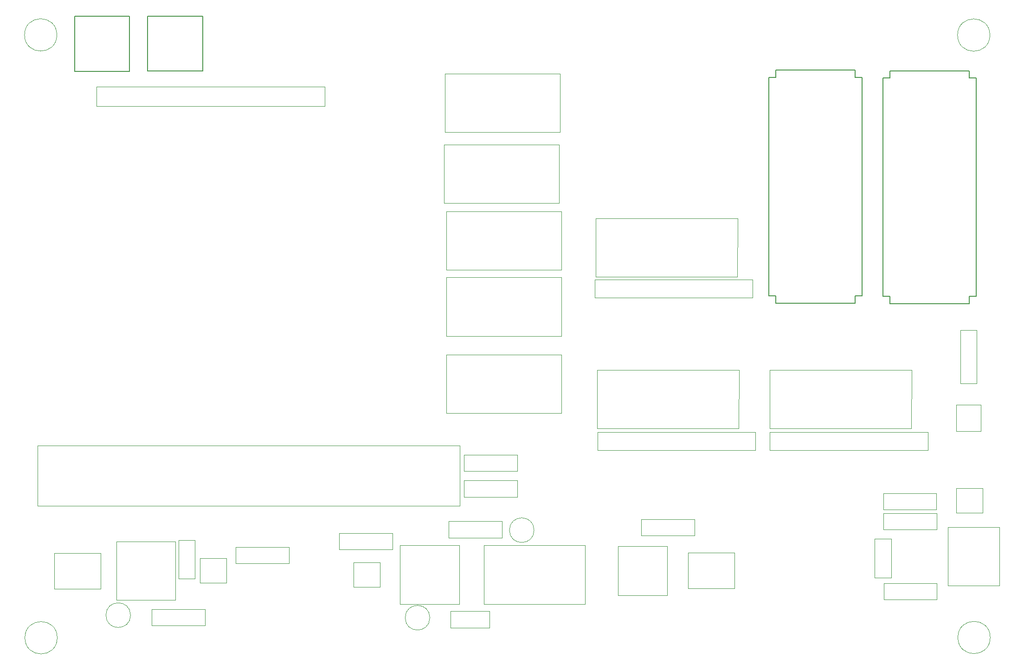
<source format=gbr>
%TF.GenerationSoftware,KiCad,Pcbnew,7.0.10*%
%TF.CreationDate,2024-03-06T21:26:23-08:00*%
%TF.ProjectId,cpu,6370752e-6b69-4636-9164-5f7063625858,1.0*%
%TF.SameCoordinates,Original*%
%TF.FileFunction,Other,User*%
%FSLAX46Y46*%
G04 Gerber Fmt 4.6, Leading zero omitted, Abs format (unit mm)*
G04 Created by KiCad (PCBNEW 7.0.10) date 2024-03-06 21:26:23*
%MOMM*%
%LPD*%
G01*
G04 APERTURE LIST*
%ADD10C,0.100000*%
%ADD11C,0.050000*%
%ADD12C,0.152400*%
G04 APERTURE END LIST*
D10*
%TO.C,SW1*%
X151890000Y-123430000D02*
X160890000Y-123430000D01*
X151890000Y-132430000D02*
X151890000Y-123430000D01*
X160890000Y-123430000D02*
X160890000Y-132430000D01*
X160890000Y-132430000D02*
X151890000Y-132430000D01*
D11*
%TO.C,U8*%
X141554000Y-88493000D02*
X120554000Y-88493000D01*
X120554000Y-88493000D02*
X120554000Y-99193000D01*
X141554000Y-99193000D02*
X141554000Y-88493000D01*
X120554000Y-99193000D02*
X141554000Y-99193000D01*
%TO.C,R5*%
X133536400Y-109754800D02*
X133536400Y-106754800D01*
X133536400Y-106754800D02*
X123816400Y-106754800D01*
X123816400Y-109754800D02*
X133536400Y-109754800D01*
X123816400Y-106754800D02*
X123816400Y-109754800D01*
%TO.C,U6*%
X141554000Y-62331000D02*
X120554000Y-62331000D01*
X120554000Y-62331000D02*
X120554000Y-73031000D01*
X141554000Y-73031000D02*
X141554000Y-62331000D01*
X120554000Y-73031000D02*
X141554000Y-73031000D01*
%TO.C,R3*%
X165890000Y-121550000D02*
X165890000Y-118550000D01*
X165890000Y-118550000D02*
X156170000Y-118550000D01*
X156170000Y-121550000D02*
X165890000Y-121550000D01*
X156170000Y-118550000D02*
X156170000Y-121550000D01*
D12*
%TO.C,RV2*%
X52768500Y-26720800D02*
X62801500Y-26720800D01*
X52768500Y-36753800D02*
X52768500Y-26720800D01*
X62801500Y-26720800D02*
X62801500Y-36753800D01*
X62801500Y-36753800D02*
X52768500Y-36753800D01*
D11*
%TO.C,H3*%
X49590000Y-140180000D02*
G75*
G03*
X43690000Y-140180000I-2950000J0D01*
G01*
X43690000Y-140180000D02*
G75*
G03*
X49590000Y-140180000I2950000J0D01*
G01*
%TO.C,R8*%
X121030000Y-118930000D02*
X121030000Y-121930000D01*
X121030000Y-121930000D02*
X130750000Y-121930000D01*
X130750000Y-118930000D02*
X121030000Y-118930000D01*
X130750000Y-121930000D02*
X130750000Y-118930000D01*
D12*
%TO.C,U10*%
X217284300Y-77838300D02*
X216027000Y-77838300D01*
X217284300Y-37985700D02*
X217284300Y-77838300D01*
X216027000Y-79184500D02*
X201549000Y-79184500D01*
X216027000Y-77838300D02*
X216027000Y-79184500D01*
X216027000Y-37985700D02*
X217284300Y-37985700D01*
X216027000Y-36639500D02*
X216027000Y-37985700D01*
X201549000Y-79184500D02*
X201549000Y-77838300D01*
X201549000Y-37985700D02*
X201549000Y-36639500D01*
X201549000Y-36639500D02*
X216027000Y-36639500D01*
X200291700Y-77838300D02*
X201549000Y-77838300D01*
X200291700Y-77838300D02*
X200291700Y-37985700D01*
X200291700Y-37985700D02*
X201549000Y-37985700D01*
D11*
%TO.C,R2*%
X82135000Y-123595000D02*
X82135000Y-126595000D01*
X82135000Y-126595000D02*
X91855000Y-126595000D01*
X91855000Y-123595000D02*
X82135000Y-123595000D01*
X91855000Y-126595000D02*
X91855000Y-123595000D01*
%TO.C,RN3*%
X176452000Y-78104000D02*
X176452000Y-74804000D01*
X176452000Y-74804000D02*
X147652000Y-74804000D01*
X147652000Y-78104000D02*
X176452000Y-78104000D01*
X147652000Y-74804000D02*
X147652000Y-78104000D01*
%TO.C,U2*%
X127432000Y-134011000D02*
X145882000Y-134011000D01*
X145882000Y-134011000D02*
X145882000Y-123311000D01*
X127432000Y-123311000D02*
X127432000Y-134011000D01*
X145882000Y-123311000D02*
X127432000Y-123311000D01*
%TO.C,D4*%
X174016000Y-91287000D02*
X148146000Y-91287000D01*
X174016000Y-91287000D02*
X173916000Y-101947000D01*
X148146000Y-91287000D02*
X148146000Y-101947000D01*
X173916000Y-101947000D02*
X148146000Y-101947000D01*
%TO.C,R10*%
X210050000Y-120430000D02*
X210050000Y-117430000D01*
X210050000Y-117430000D02*
X200330000Y-117430000D01*
X200330000Y-120430000D02*
X210050000Y-120430000D01*
X200330000Y-117430000D02*
X200330000Y-120430000D01*
%TO.C,D1*%
X80450000Y-130185000D02*
X80450000Y-125685000D01*
X80450000Y-125685000D02*
X75600000Y-125685000D01*
X75600000Y-130185000D02*
X80450000Y-130185000D01*
X75600000Y-125685000D02*
X75600000Y-130185000D01*
%TO.C,U4*%
X141300000Y-37185000D02*
X120300000Y-37185000D01*
X120300000Y-37185000D02*
X120300000Y-47885000D01*
X141300000Y-47885000D02*
X141300000Y-37185000D01*
X120300000Y-47885000D02*
X141300000Y-47885000D01*
%TO.C,H4*%
X219840000Y-140130000D02*
G75*
G03*
X213940000Y-140130000I-2950000J0D01*
G01*
X213940000Y-140130000D02*
G75*
G03*
X219840000Y-140130000I2950000J0D01*
G01*
%TO.C,D2*%
X213650000Y-102501000D02*
X218150000Y-102501000D01*
X218150000Y-102501000D02*
X218150000Y-97651000D01*
X213650000Y-97651000D02*
X213650000Y-102501000D01*
X218150000Y-97651000D02*
X213650000Y-97651000D01*
%TO.C,R11*%
X200400000Y-130220000D02*
X200400000Y-133220000D01*
X200400000Y-133220000D02*
X210120000Y-133220000D01*
X210120000Y-130220000D02*
X200400000Y-130220000D01*
X210120000Y-133220000D02*
X210120000Y-130220000D01*
%TO.C,U1*%
X60376000Y-133285000D02*
X71176000Y-133285000D01*
X71176000Y-133285000D02*
X71176000Y-122585000D01*
X60376000Y-122585000D02*
X60376000Y-133285000D01*
X71176000Y-122585000D02*
X60376000Y-122585000D01*
%TO.C,H1*%
X49520000Y-30100000D02*
G75*
G03*
X43620000Y-30100000I-2950000J0D01*
G01*
X43620000Y-30100000D02*
G75*
G03*
X49520000Y-30100000I2950000J0D01*
G01*
%TO.C,R7*%
X214400000Y-93760000D02*
X217400000Y-93760000D01*
X217400000Y-93760000D02*
X217400000Y-84040000D01*
X214400000Y-84040000D02*
X214400000Y-93760000D01*
X217400000Y-84040000D02*
X214400000Y-84040000D01*
%TO.C,U7*%
X141554000Y-74396000D02*
X120554000Y-74396000D01*
X120554000Y-74396000D02*
X120554000Y-85096000D01*
X141554000Y-85096000D02*
X141554000Y-74396000D01*
X120554000Y-85096000D02*
X141554000Y-85096000D01*
%TO.C,RN2*%
X208442000Y-105917000D02*
X208442000Y-102617000D01*
X208442000Y-102617000D02*
X179642000Y-102617000D01*
X179642000Y-105917000D02*
X208442000Y-105917000D01*
X179642000Y-102617000D02*
X179642000Y-105917000D01*
%TO.C,C3*%
X117582000Y-136525000D02*
G75*
G03*
X113082000Y-136525000I-2250000J0D01*
G01*
X113082000Y-136525000D02*
G75*
G03*
X117582000Y-136525000I2250000J0D01*
G01*
%TO.C,R1*%
X76540000Y-137980000D02*
X76540000Y-134980000D01*
X76540000Y-134980000D02*
X66820000Y-134980000D01*
X66820000Y-137980000D02*
X76540000Y-137980000D01*
X66820000Y-134980000D02*
X66820000Y-137980000D01*
%TO.C,S1*%
X57555000Y-131230000D02*
X57555000Y-124730000D01*
X57555000Y-124730000D02*
X49045000Y-124730000D01*
X49045000Y-131230000D02*
X57555000Y-131230000D01*
X49045000Y-124730000D02*
X49045000Y-131230000D01*
%TO.C,D5*%
X205512000Y-91287000D02*
X179642000Y-91287000D01*
X205512000Y-91287000D02*
X205412000Y-101947000D01*
X179642000Y-91287000D02*
X179642000Y-101947000D01*
X205412000Y-101947000D02*
X179642000Y-101947000D01*
%TO.C,C2*%
X74710000Y-122330000D02*
X71710000Y-122330000D01*
X71710000Y-122330000D02*
X71710000Y-129430000D01*
X74710000Y-129430000D02*
X74710000Y-122330000D01*
X71710000Y-129430000D02*
X74710000Y-129430000D01*
%TO.C,R6*%
X200310000Y-113790000D02*
X200310000Y-116790000D01*
X200310000Y-116790000D02*
X210030000Y-116790000D01*
X210030000Y-113790000D02*
X200310000Y-113790000D01*
X210030000Y-116790000D02*
X210030000Y-113790000D01*
%TO.C,R4*%
X123820000Y-111450000D02*
X123820000Y-114450000D01*
X123820000Y-114450000D02*
X133540000Y-114450000D01*
X133540000Y-111450000D02*
X123820000Y-111450000D01*
X133540000Y-114450000D02*
X133540000Y-111450000D01*
%TO.C,R9*%
X110783000Y-124065000D02*
X110783000Y-121065000D01*
X110783000Y-121065000D02*
X101063000Y-121065000D01*
X101063000Y-124065000D02*
X110783000Y-124065000D01*
X101063000Y-121065000D02*
X101063000Y-124065000D01*
%TO.C,J1*%
X56747000Y-43075000D02*
X56747000Y-39525000D01*
X98447000Y-43075000D02*
X56747000Y-43075000D01*
X56747000Y-39525000D02*
X98447000Y-39525000D01*
X98447000Y-39525000D02*
X98447000Y-43075000D01*
%TO.C,C6*%
X201753600Y-122140000D02*
X198753600Y-122140000D01*
X198753600Y-122140000D02*
X198753600Y-129240000D01*
X201753600Y-129240000D02*
X201753600Y-122140000D01*
X198753600Y-129240000D02*
X201753600Y-129240000D01*
%TO.C,D3*%
X103625000Y-126411000D02*
X103625000Y-130911000D01*
X103625000Y-130911000D02*
X108475000Y-130911000D01*
X108475000Y-126411000D02*
X103625000Y-126411000D01*
X108475000Y-130911000D02*
X108475000Y-126411000D01*
D12*
%TO.C,RV3*%
X66103500Y-26685416D02*
X76136500Y-26685416D01*
X66103500Y-36718416D02*
X66103500Y-26685416D01*
X76136500Y-26685416D02*
X76136500Y-36718416D01*
X76136500Y-36718416D02*
X66103500Y-36718416D01*
D11*
%TO.C,C4*%
X121390000Y-135340000D02*
X121390000Y-138340000D01*
X121390000Y-138340000D02*
X128490000Y-138340000D01*
X128490000Y-135340000D02*
X121390000Y-135340000D01*
X128490000Y-138340000D02*
X128490000Y-135340000D01*
%TO.C,D7*%
X213615600Y-112864400D02*
X213615600Y-117364400D01*
X213615600Y-117364400D02*
X218465600Y-117364400D01*
X218465600Y-112864400D02*
X213615600Y-112864400D01*
X218465600Y-117364400D02*
X218465600Y-112864400D01*
%TO.C,RN1*%
X176960000Y-105917000D02*
X176960000Y-102617000D01*
X176960000Y-102617000D02*
X148160000Y-102617000D01*
X148160000Y-105917000D02*
X176960000Y-105917000D01*
X148160000Y-102617000D02*
X148160000Y-105917000D01*
%TO.C,C5*%
X136605000Y-120533000D02*
G75*
G03*
X132105000Y-120533000I-2250000J0D01*
G01*
X132105000Y-120533000D02*
G75*
G03*
X136605000Y-120533000I2250000J0D01*
G01*
%TO.C,U3*%
X112145000Y-134021000D02*
X122945000Y-134021000D01*
X122945000Y-134021000D02*
X122945000Y-123321000D01*
X112145000Y-123321000D02*
X112145000Y-134021000D01*
X122945000Y-123321000D02*
X112145000Y-123321000D01*
%TO.C,D6*%
X173762000Y-63601000D02*
X147892000Y-63601000D01*
X173762000Y-63601000D02*
X173662000Y-74261000D01*
X147892000Y-63601000D02*
X147892000Y-74261000D01*
X173662000Y-74261000D02*
X147892000Y-74261000D01*
%TO.C,H2*%
X219780000Y-30130000D02*
G75*
G03*
X213880000Y-30130000I-2950000J0D01*
G01*
X213880000Y-30130000D02*
G75*
G03*
X219780000Y-30130000I2950000J0D01*
G01*
%TO.C,S2*%
X164665000Y-124650000D02*
X164665000Y-131150000D01*
X164665000Y-131150000D02*
X173175000Y-131150000D01*
X173175000Y-124650000D02*
X164665000Y-124650000D01*
X173175000Y-131150000D02*
X173175000Y-124650000D01*
D12*
%TO.C,U9*%
X196456300Y-77711300D02*
X195199000Y-77711300D01*
X196456300Y-37858700D02*
X196456300Y-77711300D01*
X195199000Y-79057500D02*
X180721000Y-79057500D01*
X195199000Y-77711300D02*
X195199000Y-79057500D01*
X195199000Y-37858700D02*
X196456300Y-37858700D01*
X195199000Y-36512500D02*
X195199000Y-37858700D01*
X180721000Y-79057500D02*
X180721000Y-77711300D01*
X180721000Y-37858700D02*
X180721000Y-36512500D01*
X180721000Y-36512500D02*
X195199000Y-36512500D01*
X179463700Y-77711300D02*
X180721000Y-77711300D01*
X179463700Y-77711300D02*
X179463700Y-37858700D01*
X179463700Y-37858700D02*
X180721000Y-37858700D01*
D11*
%TO.C,J2*%
X212120000Y-130671000D02*
X221540000Y-130671000D01*
X212120000Y-130671000D02*
X212120000Y-120031000D01*
X221540000Y-130671000D02*
X221540000Y-120031000D01*
X212120000Y-120031000D02*
X221540000Y-120031000D01*
%TO.C,RV1*%
X46031000Y-116113000D02*
X123031000Y-116113000D01*
X123031000Y-116113000D02*
X123031000Y-105113000D01*
X123031000Y-105113000D02*
X46031000Y-105113000D01*
X46031000Y-105113000D02*
X46031000Y-116113000D01*
%TO.C,C1*%
X62972000Y-136053000D02*
G75*
G03*
X58472000Y-136053000I-2250000J0D01*
G01*
X58472000Y-136053000D02*
G75*
G03*
X62972000Y-136053000I2250000J0D01*
G01*
%TO.C,U5*%
X141173000Y-50139000D02*
X120173000Y-50139000D01*
X120173000Y-50139000D02*
X120173000Y-60839000D01*
X141173000Y-60839000D02*
X141173000Y-50139000D01*
X120173000Y-60839000D02*
X141173000Y-60839000D01*
%TD*%
M02*

</source>
